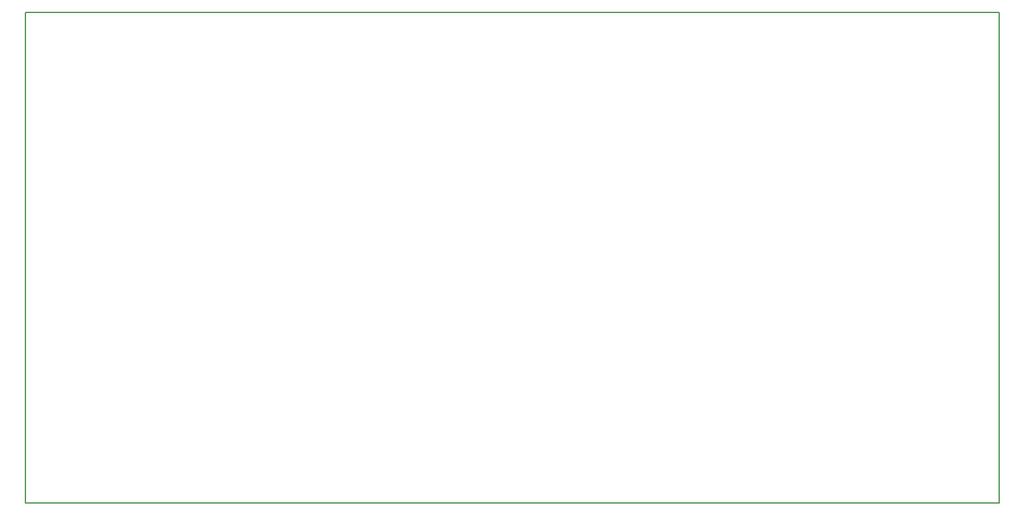
<source format=gbo>
G04 MADE WITH FRITZING*
G04 WWW.FRITZING.ORG*
G04 DOUBLE SIDED*
G04 HOLES PLATED*
G04 CONTOUR ON CENTER OF CONTOUR VECTOR*
%ASAXBY*%
%FSLAX23Y23*%
%MOIN*%
%OFA0B0*%
%SFA1.0B1.0*%
%ADD10R,5.241540X2.643130X5.225540X2.627130*%
%ADD11C,0.008000*%
%LNSILK0*%
G90*
G70*
G54D11*
X4Y2639D02*
X5238Y2639D01*
X5238Y4D01*
X4Y4D01*
X4Y2639D01*
D02*
G04 End of Silk0*
M02*
</source>
